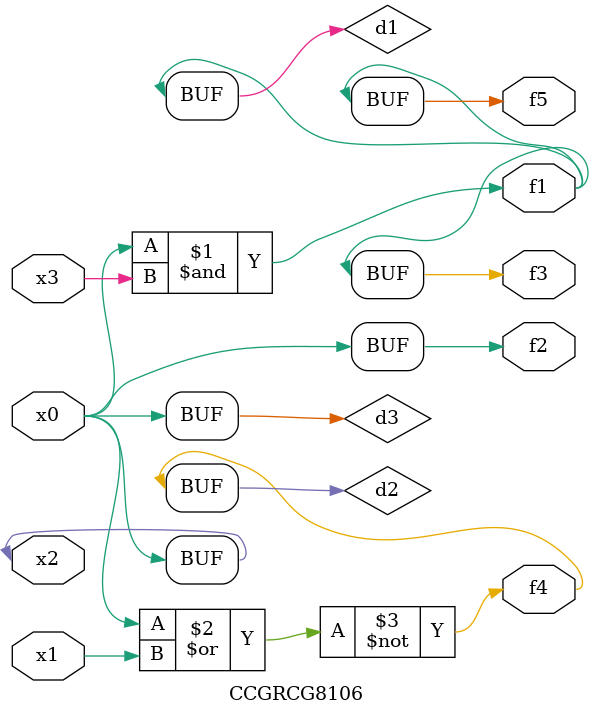
<source format=v>
module CCGRCG8106(
	input x0, x1, x2, x3,
	output f1, f2, f3, f4, f5
);

	wire d1, d2, d3;

	and (d1, x2, x3);
	nor (d2, x0, x1);
	buf (d3, x0, x2);
	assign f1 = d1;
	assign f2 = d3;
	assign f3 = d1;
	assign f4 = d2;
	assign f5 = d1;
endmodule

</source>
